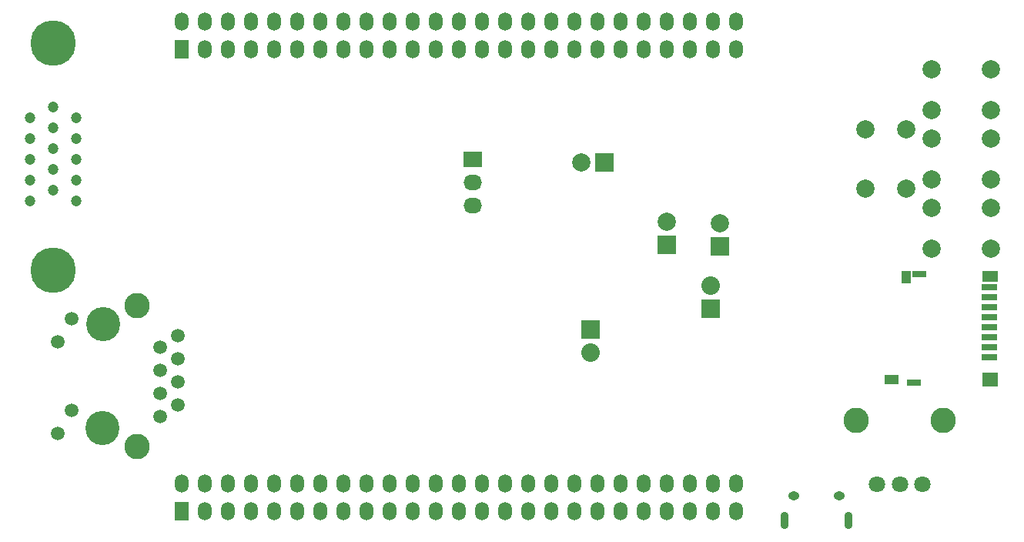
<source format=gbs>
%FSLAX46Y46*%
G04 Gerber Fmt 4.6, Leading zero omitted, Abs format (unit mm)*
G04 Created by KiCad (PCBNEW (2014-08-12 BZR 5067)-product) date lun 25 ago 2014 16:59:38 ART*
%MOMM*%
G01*
G04 APERTURE LIST*
%ADD10C,0.150000*%
%ADD11O,1.500000X2.000000*%
%ADD12R,1.500000X2.000000*%
%ADD13R,2.032000X1.727200*%
%ADD14O,2.032000X1.727200*%
%ADD15R,2.032000X2.032000*%
%ADD16O,2.032000X2.032000*%
%ADD17C,1.998980*%
%ADD18R,1.998980X1.998980*%
%ADD19C,3.750000*%
%ADD20C,1.500000*%
%ADD21C,2.800000*%
%ADD22C,1.800000*%
%ADD23O,0.900000X1.900000*%
%ADD24O,1.250000X0.950000*%
%ADD25C,5.001260*%
%ADD26C,1.198880*%
%ADD27R,1.500000X0.800000*%
%ADD28R,1.800000X1.500000*%
%ADD29R,1.800000X1.300000*%
%ADD30R,1.750000X0.700000*%
%ADD31R,1.000000X1.475000*%
%ADD32R,1.550000X1.000000*%
G04 APERTURE END LIST*
D10*
D11*
X173375250Y-76926250D03*
X170835250Y-76926250D03*
X168295250Y-76926250D03*
X165755250Y-76926250D03*
X163215250Y-76926250D03*
X160675250Y-76926250D03*
X158135250Y-76926250D03*
X155595250Y-76926250D03*
X153055250Y-76926250D03*
X150515250Y-76926250D03*
X147975250Y-76926250D03*
X145435250Y-76926250D03*
X142895250Y-76926250D03*
X140355250Y-76926250D03*
X137815250Y-76926250D03*
X135275250Y-76926250D03*
X132735250Y-76926250D03*
X130195250Y-76926250D03*
X127655250Y-76926250D03*
X125115250Y-76926250D03*
X122575250Y-76926250D03*
X120035250Y-76926250D03*
X117495250Y-76926250D03*
X114955250Y-76926250D03*
D12*
X112415250Y-76926250D03*
D11*
X112415250Y-73886250D03*
X114955250Y-73886250D03*
X117495250Y-73886250D03*
X120035250Y-73886250D03*
X122575250Y-73886250D03*
X125115250Y-73886250D03*
X127655250Y-73886250D03*
X130195250Y-73886250D03*
X132735250Y-73886250D03*
X135275250Y-73886250D03*
X137815250Y-73886250D03*
X140355250Y-73886250D03*
X142895250Y-73886250D03*
X145435250Y-73886250D03*
X147975250Y-73886250D03*
X150515250Y-73886250D03*
X153055250Y-73886250D03*
X155595250Y-73886250D03*
X158135250Y-73886250D03*
X160675250Y-73886250D03*
X163215250Y-73886250D03*
X165755250Y-73886250D03*
X168295250Y-73886250D03*
X170835250Y-73886250D03*
X173375250Y-73886250D03*
X173375250Y-124686250D03*
X170835250Y-124686250D03*
X168295250Y-124686250D03*
X165755250Y-124686250D03*
X163215250Y-124686250D03*
X160675250Y-124686250D03*
X158135250Y-124686250D03*
X155595250Y-124686250D03*
X153055250Y-124686250D03*
X150515250Y-124686250D03*
X147975250Y-124686250D03*
X145435250Y-124686250D03*
X142895250Y-124686250D03*
X140355250Y-124686250D03*
X137815250Y-124686250D03*
X135275250Y-124686250D03*
X132735250Y-124686250D03*
X130195250Y-124686250D03*
X127655250Y-124686250D03*
X125115250Y-124686250D03*
X122575250Y-124686250D03*
X120035250Y-124686250D03*
X117495250Y-124686250D03*
X114955250Y-124686250D03*
X112415250Y-124686250D03*
D12*
X112415250Y-127726250D03*
D11*
X114955250Y-127726250D03*
X117495250Y-127726250D03*
X120035250Y-127726250D03*
X122575250Y-127726250D03*
X125115250Y-127726250D03*
X127655250Y-127726250D03*
X130195250Y-127726250D03*
X132735250Y-127726250D03*
X135275250Y-127726250D03*
X137815250Y-127726250D03*
X140355250Y-127726250D03*
X142895250Y-127726250D03*
X145435250Y-127726250D03*
X147975250Y-127726250D03*
X150515250Y-127726250D03*
X153055250Y-127726250D03*
X155595250Y-127726250D03*
X158135250Y-127726250D03*
X160675250Y-127726250D03*
X163215250Y-127726250D03*
X165755250Y-127726250D03*
X168295250Y-127726250D03*
X170835250Y-127726250D03*
X173375250Y-127726250D03*
D13*
X144430750Y-89058750D03*
D14*
X144430750Y-91598750D03*
X144430750Y-94138750D03*
D15*
X170529250Y-105441750D03*
D16*
X170529250Y-102901750D03*
D15*
X157321250Y-107727750D03*
D16*
X157321250Y-110267750D03*
D17*
X187582810Y-85744050D03*
X192083690Y-92246450D03*
X192083690Y-85744050D03*
X187582810Y-92246450D03*
X194837050Y-98865690D03*
X201339450Y-94364810D03*
X194837050Y-94364810D03*
X201339450Y-98865690D03*
X194837050Y-91245690D03*
X201339450Y-86744810D03*
X194837050Y-86744810D03*
X201339450Y-91245690D03*
X194837050Y-83625690D03*
X201339450Y-79124810D03*
X194837050Y-79124810D03*
X201339450Y-83625690D03*
D18*
X171545250Y-98583750D03*
D17*
X171545250Y-96043750D03*
D18*
X165703250Y-98456750D03*
D17*
X165703250Y-95916750D03*
D18*
X158845250Y-89376250D03*
D17*
X156305250Y-89376250D03*
D19*
X103785250Y-107156250D03*
X103695250Y-118586250D03*
D20*
X110035250Y-117316250D03*
X111985250Y-116046250D03*
X110035250Y-114776250D03*
X111985250Y-113506250D03*
X110035250Y-112236250D03*
X111985250Y-110966250D03*
X110035250Y-109696250D03*
X111985250Y-108426250D03*
X98795250Y-119196250D03*
X100315250Y-116656250D03*
X98795250Y-109086250D03*
X100315250Y-106546250D03*
D21*
X107495250Y-105096250D03*
X107495250Y-120646250D03*
D22*
X188857250Y-124745750D03*
X191357250Y-124745750D03*
X193857250Y-124745750D03*
D21*
X196157250Y-117745750D03*
X186557250Y-117745750D03*
D23*
X185713250Y-128746250D03*
D24*
X184713250Y-126046250D03*
X179713250Y-126046250D03*
D23*
X178713250Y-128746250D03*
D25*
X98234500Y-76272000D03*
D26*
X100774500Y-89012000D03*
X100774500Y-86732000D03*
X100774500Y-84452000D03*
X100774500Y-91292000D03*
X100774500Y-93572000D03*
X98234500Y-90152000D03*
X98234500Y-87872000D03*
X98234500Y-85592000D03*
X98234500Y-83312000D03*
D25*
X98234500Y-101262000D03*
D26*
X98234500Y-92432000D03*
X95694500Y-84452000D03*
X95694500Y-86772000D03*
X95694500Y-89012000D03*
X95694500Y-91292000D03*
X95694500Y-93572000D03*
D27*
X193524250Y-101617250D03*
D28*
X201274250Y-113242250D03*
D29*
X201274250Y-101892250D03*
D30*
X201249250Y-103092250D03*
X201249250Y-104192250D03*
X201249250Y-105292250D03*
X201249250Y-106392250D03*
X201249250Y-107492250D03*
X201249250Y-108592250D03*
X201249250Y-109692250D03*
X201249250Y-110792250D03*
D27*
X192874250Y-113567250D03*
D31*
X192024250Y-101954750D03*
D32*
X190449250Y-113242250D03*
M02*

</source>
